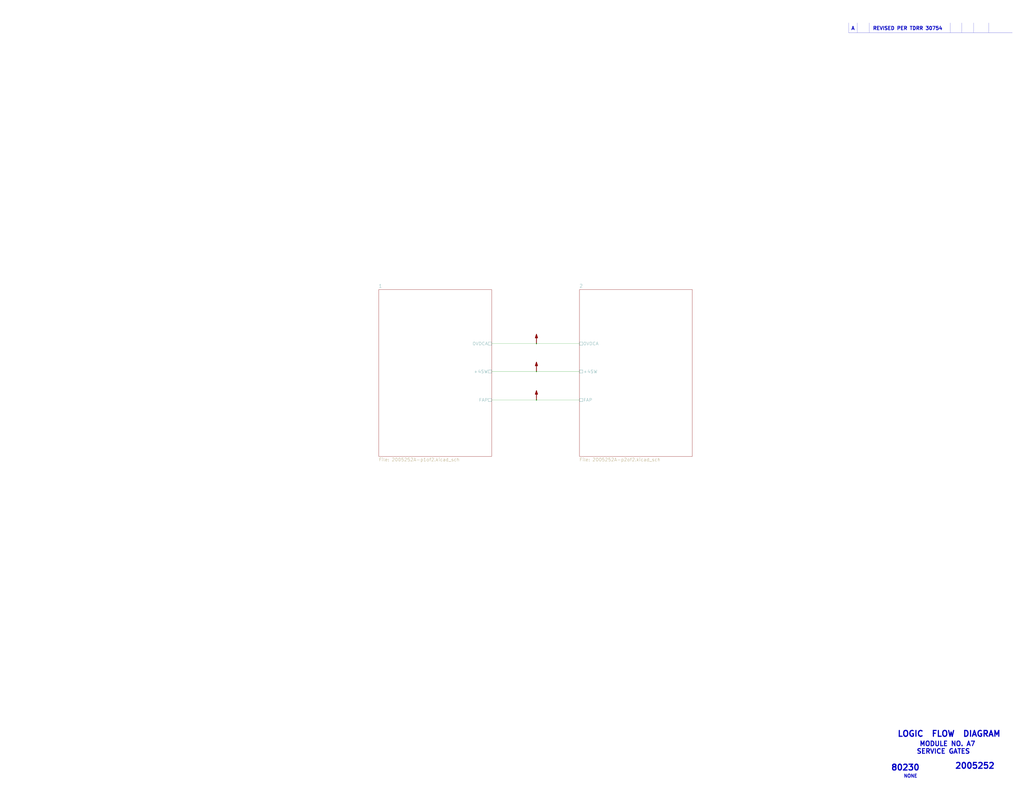
<source format=kicad_sch>
(kicad_sch (version 20211123) (generator eeschema)
  (paper "E")
  (lib_symbols
    (symbol "AGC_DSKY:PWR_FLAG" (power) (pin_numbers hide) (pin_names (offset 0) hide)
      (symbol "PWR_FLAG_0_0"
        (pin power_out line (at 0 0 90) (length 0) (name "pwr") (number "1"))
      )
      (symbol "PWR_FLAG_0_1"
        (polyline (pts (xy 0 0) (xy 0 10.16)) (stroke (width 0.762)))
        (polyline (pts (xy 0 10.16) (xy -1.27 6.35) (xy 1.27 6.35) (xy 0 10.16)) (stroke (width 0.762)) (fill (type outline)))
      )
    )
  )
  (junction (at 585.47 436.88))
  (junction (at 585.47 405.765))
  (junction (at 585.47 375.285))
  (wire (pts (xy 536.575 375.285) (xy 585.47 375.285)))
  (wire (pts (xy 536.575 436.88) (xy 585.47 436.88)))
  (polyline (pts (xy 948.69 35.56) (xy 948.69 24.9936)) (stroke (width 0.1524) (type solid)))
  (polyline (pts (xy 1104.9 35.56) (xy 926.084 35.56)) (stroke (width 0.1524) (type solid)))
  (wire (pts (xy 536.575 405.765) (xy 585.47 405.765)))
  (polyline (pts (xy 1062.5074 35.56) (xy 1062.5074 24.9682)) (stroke (width 0.1524) (type solid)))
  (wire (pts (xy 585.47 436.88) (xy 632.46 436.88)))
  (polyline (pts (xy 926.1094 35.56) (xy 926.1094 24.9682)) (stroke (width 0.1524) (type solid)))
  (wire (pts (xy 585.47 405.765) (xy 632.46 405.765)))
  (wire (pts (xy 585.47 375.285) (xy 632.46 375.285)))
  (polyline (pts (xy 1078.992 35.56) (xy 1078.992 24.9936)) (stroke (width 0.1524) (type solid)))
  (polyline (pts (xy 935.7106 35.56) (xy 935.7106 24.9936)) (stroke (width 0.1524) (type solid)))
  (polyline (pts (xy 1037.1074 35.56) (xy 1037.1074 24.9936)) (stroke (width 0.1524) (type solid)))
  (polyline (pts (xy 1049.8074 35.56) (xy 1049.8074 24.9936)) (stroke (width 0.1524) (type solid)))
  (text "A       REVISED PER TDRR 30754" (at 928.8272 33.2486 0) (effects (font (size 3.81 3.81) (thickness 0.762) bold) (justify left bottom)))
  (text "NONE" (at 986.155 849.63 0) (effects (font (size 3.556 3.556) (thickness 0.7112) bold) (justify left bottom)))
  (text "2005252" (at 1042.035 840.105 0) (effects (font (size 6.35 6.35) (thickness 1.27) bold) (justify left bottom)))
  (text "LOGIC  FLOW  DIAGRAM" (at 979.17 805.18 0) (effects (font (size 6.35 6.35) (thickness 1.27) bold) (justify left bottom)))
  (text "SERVICE GATES" (at 1000.125 823.595 0) (effects (font (size 5.08 5.08) (thickness 1.016) bold) (justify left bottom)))
  (text "80230" (at 972.185 842.01 0) (effects (font (size 6.35 6.35) (thickness 1.27) bold) (justify left bottom)))
  (text "MODULE NO. A7" (at 1003.3 815.34 0) (effects (font (size 5.08 5.08) (thickness 1.016) bold) (justify left bottom)))
  (symbol (lib_id "AGC_DSKY:PWR_FLAG") (at 585.47 375.285 0) (unit 1)
    (property "Reference" "#FLG01" (effects hide))
    (property "Value" "PWR_FLAG" (effects hide))
  )
  (symbol (lib_id "AGC_DSKY:PWR_FLAG") (at 585.47 436.88 0) (unit 1)
    (property "Reference" "#FLG03" (effects hide))
    (property "Value" "PWR_FLAG" (effects hide))
  )
  (symbol (lib_id "AGC_DSKY:PWR_FLAG") (at 585.47 405.765 0) (unit 1)
    (property "Reference" "#FLG02" (effects hide))
    (property "Value" "PWR_FLAG" (effects hide))
  )
  (sheet (at 413.385 316.23) (size 123.19 182.245)
    (property "Sheet name" "1" (at 413.385 314.3754 0) (effects (font (size 3.556 3.556)) (justify left bottom)))
    (property "Sheet file" "2005252A-p1of2.kicad_sch" (at 413.385 499.974 0) (effects (font (size 3.556 3.556)) (justify left top)))
    (pin "0VDCA" passive (at 536.575 375.285 0) (effects (font (size 3.556 3.556))))
    (pin "+4SW" passive (at 536.575 405.765 0) (effects (font (size 3.556 3.556))))
    (pin "FAP" passive (at 536.575 436.88 0) (effects (font (size 3.556 3.556))))
  )
  (sheet (at 632.46 316.23) (size 123.19 182.245)
    (property "Sheet name" "2" (at 632.46 314.3754 0) (effects (font (size 3.556 3.556)) (justify left bottom)))
    (property "Sheet file" "2005252A-p2of2.kicad_sch" (at 632.46 499.974 0) (effects (font (size 3.556 3.556)) (justify left top)))
    (pin "0VDCA" passive (at 632.46 375.285 180) (effects (font (size 3.556 3.556))))
    (pin "+4SW" passive (at 632.46 405.765 180) (effects (font (size 3.556 3.556))))
    (pin "FAP" passive (at 632.46 436.88 180) (effects (font (size 3.556 3.556))))
  )
)
</source>
